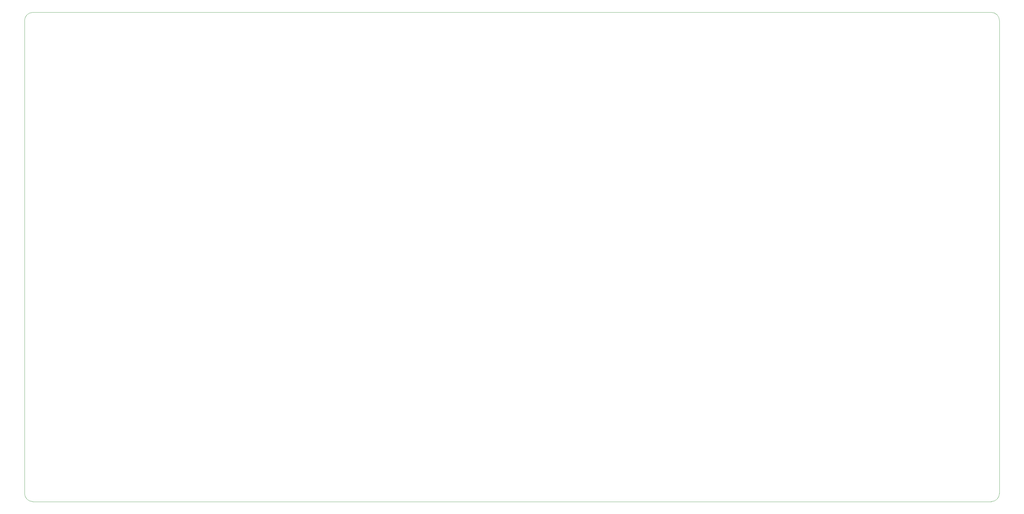
<source format=gbr>
G04 #@! TF.GenerationSoftware,KiCad,Pcbnew,(5.1.6)-1*
G04 #@! TF.CreationDate,2021-02-01T10:29:45-05:00*
G04 #@! TF.ProjectId,keyboard,6b657962-6f61-4726-942e-6b696361645f,rev?*
G04 #@! TF.SameCoordinates,Original*
G04 #@! TF.FileFunction,Profile,NP*
%FSLAX46Y46*%
G04 Gerber Fmt 4.6, Leading zero omitted, Abs format (unit mm)*
G04 Created by KiCad (PCBNEW (5.1.6)-1) date 2021-02-01 10:29:45*
%MOMM*%
%LPD*%
G01*
G04 APERTURE LIST*
G04 #@! TA.AperFunction,Profile*
%ADD10C,0.100000*%
G04 #@! TD*
G04 APERTURE END LIST*
D10*
X311110000Y-20310000D02*
X20360000Y-20320000D01*
X17860000Y-22820000D02*
X17860000Y-166330000D01*
X313610000Y-22810000D02*
X313610000Y-166330000D01*
X311110000Y-168830000D02*
X20360000Y-168830000D01*
X311110000Y-20310000D02*
G75*
G02*
X313610000Y-22810000I0J-2500000D01*
G01*
X17860000Y-22820000D02*
G75*
G02*
X20360000Y-20320000I2500000J0D01*
G01*
X20360000Y-168830000D02*
G75*
G02*
X17860000Y-166330000I0J2500000D01*
G01*
X313610000Y-166330000D02*
G75*
G02*
X311110000Y-168830000I-2500000J0D01*
G01*
M02*

</source>
